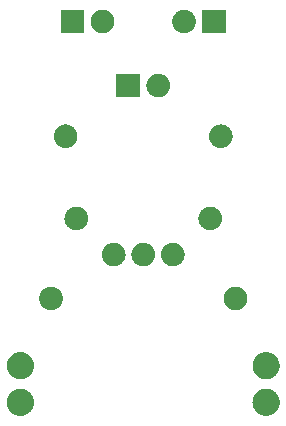
<source format=gbr>
*
%FSLAX36Y36*%
%MOIN*%
%ADD10C,1.0000*%
G36*
X-409449Y-25889D02*
G01X-407869Y-25917D01*
X-406291Y-25999D01*
X-404716Y-26137D01*
X-403148Y-26330D01*
X-401587Y-26577D01*
X-400035Y-26879D01*
X-398496Y-27234D01*
X-396969Y-27643D01*
X-395458Y-28105D01*
X-393964Y-28620D01*
X-392488Y-29186D01*
X-391034Y-29803D01*
X-389601Y-30471D01*
X-388193Y-31189D01*
X-386811Y-31955D01*
X-385456Y-32769D01*
X-384131Y-33630D01*
X-382836Y-34536D01*
X-381574Y-35487D01*
X-380346Y-36482D01*
X-379154Y-37518D01*
X-377998Y-38596D01*
X-376880Y-39714D01*
X-375802Y-40869D01*
X-374766Y-42062D01*
X-373771Y-43290D01*
X-372820Y-44552D01*
X-371914Y-45847D01*
X-371053Y-47172D01*
X-370239Y-48527D01*
X-369473Y-49909D01*
X-368755Y-51317D01*
X-368088Y-52749D01*
X-367470Y-54204D01*
X-366904Y-55680D01*
X-366389Y-57174D01*
X-365927Y-58685D01*
X-365518Y-60212D01*
X-365163Y-61751D01*
X-364861Y-63303D01*
X-364614Y-64864D01*
X-364421Y-66432D01*
X-364284Y-68006D01*
X-364201Y-69585D01*
X-364173Y-71165D01*
X-364201Y-72745D01*
X-364284Y-74323D01*
X-364421Y-75897D01*
X-364614Y-77466D01*
X-364861Y-79027D01*
X-365163Y-80578D01*
X-365518Y-82118D01*
X-365927Y-83644D01*
X-366389Y-85156D01*
X-366904Y-86650D01*
X-367470Y-88125D01*
X-368088Y-89580D01*
X-368755Y-91012D01*
X-369473Y-92420D01*
X-370239Y-93803D01*
X-371053Y-95157D01*
X-371914Y-96483D01*
X-372820Y-97777D01*
X-373771Y-99039D01*
X-374766Y-100267D01*
X-375802Y-101460D01*
X-376880Y-102616D01*
X-377998Y-103733D01*
X-379154Y-104811D01*
X-380346Y-105848D01*
X-381574Y-106842D01*
X-382836Y-107793D01*
X-384131Y-108700D01*
X-385456Y-109561D01*
X-386811Y-110375D01*
X-388193Y-111141D01*
X-389601Y-111858D01*
X-391034Y-112526D01*
X-392488Y-113144D01*
X-393964Y-113710D01*
X-395458Y-114224D01*
X-396969Y-114686D01*
X-398496Y-115095D01*
X-400035Y-115451D01*
X-401587Y-115752D01*
X-403148Y-116000D01*
X-404716Y-116192D01*
X-406291Y-116330D01*
X-407869Y-116413D01*
X-409449Y-116440D01*
X-411029Y-116413D01*
X-412607Y-116330D01*
X-414181Y-116192D01*
X-415750Y-116000D01*
X-417311Y-115752D01*
X-418862Y-115451D01*
X-420402Y-115095D01*
X-421928Y-114686D01*
X-423440Y-114224D01*
X-424934Y-113710D01*
X-426409Y-113144D01*
X-427864Y-112526D01*
X-429296Y-111858D01*
X-430704Y-111141D01*
X-432087Y-110375D01*
X-433441Y-109561D01*
X-434767Y-108700D01*
X-436061Y-107793D01*
X-437323Y-106842D01*
X-438551Y-105848D01*
X-439744Y-104811D01*
X-440900Y-103733D01*
X-442017Y-102616D01*
X-443095Y-101460D01*
X-444132Y-100267D01*
X-445126Y-99039D01*
X-446078Y-97777D01*
X-446984Y-96483D01*
X-447845Y-95157D01*
X-448659Y-93803D01*
X-449425Y-92420D01*
X-450142Y-91012D01*
X-450810Y-89580D01*
X-451428Y-88125D01*
X-451994Y-86650D01*
X-452508Y-85156D01*
X-452971Y-83644D01*
X-453380Y-82118D01*
X-453735Y-80578D01*
X-454037Y-79027D01*
X-454284Y-77466D01*
X-454476Y-75897D01*
X-454614Y-74323D01*
X-454697Y-72745D01*
X-454724Y-71165D01*
X-454697Y-69585D01*
X-454614Y-68006D01*
X-454476Y-66432D01*
X-454284Y-64864D01*
X-454037Y-63303D01*
X-453735Y-61751D01*
X-453380Y-60212D01*
X-452971Y-58685D01*
X-452508Y-57174D01*
X-451994Y-55680D01*
X-451428Y-54204D01*
X-450810Y-52749D01*
X-450142Y-51317D01*
X-449425Y-49909D01*
X-448659Y-48527D01*
X-447845Y-47172D01*
X-446984Y-45847D01*
X-446078Y-44552D01*
X-445126Y-43290D01*
X-444132Y-42062D01*
X-443095Y-40869D01*
X-442017Y-39714D01*
X-440900Y-38596D01*
X-439744Y-37518D01*
X-438551Y-36482D01*
X-437323Y-35487D01*
X-436061Y-34536D01*
X-434767Y-33630D01*
X-433441Y-32769D01*
X-432087Y-31955D01*
X-430704Y-31189D01*
X-429296Y-30471D01*
X-427864Y-29803D01*
X-426409Y-29186D01*
X-424934Y-28620D01*
X-423440Y-28105D01*
X-421928Y-27643D01*
X-420402Y-27234D01*
X-418862Y-26879D01*
X-417311Y-26577D01*
X-415750Y-26330D01*
X-414181Y-26137D01*
X-412607Y-25999D01*
X-411029Y-25917D01*
X-409449Y-25889D01*
G37*
G36*
X409449D02*
X411029Y-25917D01*
X412607Y-25999D01*
X414181Y-26137D01*
X415750Y-26330D01*
X417311Y-26577D01*
X418862Y-26879D01*
X420402Y-27234D01*
X421928Y-27643D01*
X423440Y-28105D01*
X424934Y-28620D01*
X426409Y-29186D01*
X427864Y-29803D01*
X429296Y-30471D01*
X430704Y-31189D01*
X432087Y-31955D01*
X433441Y-32769D01*
X434767Y-33630D01*
X436061Y-34536D01*
X437323Y-35487D01*
X438551Y-36482D01*
X439744Y-37518D01*
X440900Y-38596D01*
X442017Y-39714D01*
X443095Y-40869D01*
X444132Y-42062D01*
X445126Y-43290D01*
X446078Y-44552D01*
X446984Y-45847D01*
X447845Y-47172D01*
X448659Y-48527D01*
X449425Y-49909D01*
X450142Y-51317D01*
X450810Y-52749D01*
X451428Y-54204D01*
X451994Y-55680D01*
X452508Y-57174D01*
X452971Y-58685D01*
X453380Y-60212D01*
X453735Y-61751D01*
X454037Y-63303D01*
X454284Y-64864D01*
X454476Y-66432D01*
X454614Y-68006D01*
X454697Y-69585D01*
X454724Y-71165D01*
X454697Y-72745D01*
X454614Y-74323D01*
X454476Y-75897D01*
X454284Y-77466D01*
X454037Y-79027D01*
X453735Y-80578D01*
X453380Y-82118D01*
X452971Y-83644D01*
X452508Y-85156D01*
X451994Y-86650D01*
X451428Y-88125D01*
X450810Y-89580D01*
X450142Y-91012D01*
X449425Y-92420D01*
X448659Y-93803D01*
X447845Y-95157D01*
X446984Y-96483D01*
X446078Y-97777D01*
X445126Y-99039D01*
X444132Y-100267D01*
X443095Y-101460D01*
X442017Y-102616D01*
X440900Y-103733D01*
X439744Y-104811D01*
X438551Y-105848D01*
X437323Y-106842D01*
X436061Y-107793D01*
X434767Y-108700D01*
X433441Y-109561D01*
X432087Y-110375D01*
X430704Y-111141D01*
X429296Y-111858D01*
X427864Y-112526D01*
X426409Y-113144D01*
X424934Y-113710D01*
X423440Y-114224D01*
X421928Y-114686D01*
X420402Y-115095D01*
X418862Y-115451D01*
X417311Y-115752D01*
X415750Y-116000D01*
X414181Y-116192D01*
X412607Y-116330D01*
X411029Y-116413D01*
X409449Y-116440D01*
X407869Y-116413D01*
X406291Y-116330D01*
X404716Y-116192D01*
X403148Y-116000D01*
X401587Y-115752D01*
X400035Y-115451D01*
X398496Y-115095D01*
X396969Y-114686D01*
X395458Y-114224D01*
X393964Y-113710D01*
X392488Y-113144D01*
X391034Y-112526D01*
X389601Y-111858D01*
X388193Y-111141D01*
X386811Y-110375D01*
X385456Y-109561D01*
X384131Y-108700D01*
X382836Y-107793D01*
X381574Y-106842D01*
X380346Y-105848D01*
X379154Y-104811D01*
X377998Y-103733D01*
X376880Y-102616D01*
X375802Y-101460D01*
X374766Y-100267D01*
X373771Y-99039D01*
X372820Y-97777D01*
X371914Y-96483D01*
X371053Y-95157D01*
X370239Y-93803D01*
X369473Y-92420D01*
X368755Y-91012D01*
X368088Y-89580D01*
X367470Y-88125D01*
X366904Y-86650D01*
X366389Y-85156D01*
X365927Y-83644D01*
X365518Y-82118D01*
X365163Y-80578D01*
X364861Y-79027D01*
X364614Y-77466D01*
X364421Y-75897D01*
X364284Y-74323D01*
X364201Y-72745D01*
X364173Y-71165D01*
X364201Y-69585D01*
X364284Y-68006D01*
X364421Y-66432D01*
X364614Y-64864D01*
X364861Y-63303D01*
X365163Y-61751D01*
X365518Y-60212D01*
X365927Y-58685D01*
X366389Y-57174D01*
X366904Y-55680D01*
X367470Y-54204D01*
X368088Y-52749D01*
X368755Y-51317D01*
X369473Y-49909D01*
X370239Y-48527D01*
X371053Y-47172D01*
X371914Y-45847D01*
X372820Y-44552D01*
X373771Y-43290D01*
X374766Y-42062D01*
X375802Y-40869D01*
X376880Y-39714D01*
X377998Y-38596D01*
X379154Y-37518D01*
X380346Y-36482D01*
X381574Y-35487D01*
X382836Y-34536D01*
X384131Y-33630D01*
X385456Y-32769D01*
X386811Y-31955D01*
X388193Y-31189D01*
X389601Y-30471D01*
X391034Y-29803D01*
X392488Y-29186D01*
X393964Y-28620D01*
X395458Y-28105D01*
X396969Y-27643D01*
X398496Y-27234D01*
X400035Y-26879D01*
X401587Y-26577D01*
X403148Y-26330D01*
X404716Y-26137D01*
X406291Y-25999D01*
X407869Y-25917D01*
X409449Y-25889D01*
G37*
G36*
X-409449Y96158D02*
X-407869Y96131D01*
X-406291Y96048D01*
X-404716Y95910D01*
X-403148Y95717D01*
X-401587Y95470D01*
X-400035Y95169D01*
X-398496Y94813D01*
X-396969Y94404D01*
X-395458Y93942D01*
X-393964Y93428D01*
X-392488Y92861D01*
X-391034Y92244D01*
X-389601Y91576D01*
X-388193Y90858D01*
X-386811Y90092D01*
X-385456Y89278D01*
X-384131Y88418D01*
X-382836Y87511D01*
X-381574Y86560D01*
X-380346Y85566D01*
X-379154Y84529D01*
X-377998Y83451D01*
X-376880Y82334D01*
X-375802Y81178D01*
X-374766Y79985D01*
X-373771Y78757D01*
X-372820Y77495D01*
X-371914Y76200D01*
X-371053Y74875D01*
X-370239Y73520D01*
X-369473Y72138D01*
X-368755Y70730D01*
X-368088Y69298D01*
X-367470Y67843D01*
X-366904Y66368D01*
X-366389Y64873D01*
X-365927Y63362D01*
X-365518Y61836D01*
X-365163Y60296D01*
X-364861Y58745D01*
X-364614Y57184D01*
X-364421Y55615D01*
X-364284Y54041D01*
X-364201Y52463D01*
X-364173Y50883D01*
X-364201Y49302D01*
X-364284Y47724D01*
X-364421Y46150D01*
X-364614Y44581D01*
X-364861Y43020D01*
X-365163Y41469D01*
X-365518Y39929D01*
X-365927Y38403D01*
X-366389Y36892D01*
X-366904Y35397D01*
X-367470Y33922D01*
X-368088Y32467D01*
X-368755Y31035D01*
X-369473Y29627D01*
X-370239Y28245D01*
X-371053Y26890D01*
X-371914Y25565D01*
X-372820Y24270D01*
X-373771Y23008D01*
X-374766Y21780D01*
X-375802Y20587D01*
X-376880Y19431D01*
X-377998Y18314D01*
X-379154Y17236D01*
X-380346Y16199D01*
X-381574Y15205D01*
X-382836Y14254D01*
X-384131Y13347D01*
X-385456Y12487D01*
X-386811Y11673D01*
X-388193Y10907D01*
X-389601Y10189D01*
X-391034Y9521D01*
X-392488Y8904D01*
X-393964Y8337D01*
X-395458Y7823D01*
X-396969Y7361D01*
X-398496Y6952D01*
X-400035Y6596D01*
X-401587Y6295D01*
X-403148Y6048D01*
X-404716Y5855D01*
X-406291Y5717D01*
X-407869Y5634D01*
X-409449Y5607D01*
X-411029Y5634D01*
X-412607Y5717D01*
X-414181Y5855D01*
X-415750Y6048D01*
X-417311Y6295D01*
X-418862Y6596D01*
X-420402Y6952D01*
X-421928Y7361D01*
X-423440Y7823D01*
X-424934Y8337D01*
X-426409Y8904D01*
X-427864Y9521D01*
X-429296Y10189D01*
X-430704Y10907D01*
X-432087Y11673D01*
X-433441Y12487D01*
X-434767Y13347D01*
X-436061Y14254D01*
X-437323Y15205D01*
X-438551Y16199D01*
X-439744Y17236D01*
X-440900Y18314D01*
X-442017Y19431D01*
X-443095Y20587D01*
X-444132Y21780D01*
X-445126Y23008D01*
X-446078Y24270D01*
X-446984Y25565D01*
X-447845Y26890D01*
X-448659Y28245D01*
X-449425Y29627D01*
X-450142Y31035D01*
X-450810Y32467D01*
X-451428Y33922D01*
X-451994Y35397D01*
X-452508Y36892D01*
X-452971Y38403D01*
X-453380Y39929D01*
X-453735Y41469D01*
X-454037Y43020D01*
X-454284Y44581D01*
X-454476Y46150D01*
X-454614Y47724D01*
X-454697Y49302D01*
X-454724Y50883D01*
X-454697Y52463D01*
X-454614Y54041D01*
X-454476Y55615D01*
X-454284Y57184D01*
X-454037Y58745D01*
X-453735Y60296D01*
X-453380Y61836D01*
X-452971Y63362D01*
X-452508Y64873D01*
X-451994Y66368D01*
X-451428Y67843D01*
X-450810Y69298D01*
X-450142Y70730D01*
X-449425Y72138D01*
X-448659Y73520D01*
X-447845Y74875D01*
X-446984Y76200D01*
X-446078Y77495D01*
X-445126Y78757D01*
X-444132Y79985D01*
X-443095Y81178D01*
X-442017Y82334D01*
X-440900Y83451D01*
X-439744Y84529D01*
X-438551Y85566D01*
X-437323Y86560D01*
X-436061Y87511D01*
X-434767Y88418D01*
X-433441Y89278D01*
X-432087Y90092D01*
X-430704Y90858D01*
X-429296Y91576D01*
X-427864Y92244D01*
X-426409Y92861D01*
X-424934Y93428D01*
X-423440Y93942D01*
X-421928Y94404D01*
X-420402Y94813D01*
X-418862Y95169D01*
X-417311Y95470D01*
X-415750Y95717D01*
X-414181Y95910D01*
X-412607Y96048D01*
X-411029Y96131D01*
X-409449Y96158D01*
G37*
G36*
X409449D02*
X411029Y96131D01*
X412607Y96048D01*
X414181Y95910D01*
X415750Y95717D01*
X417311Y95470D01*
X418862Y95169D01*
X420402Y94813D01*
X421928Y94404D01*
X423440Y93942D01*
X424934Y93428D01*
X426409Y92861D01*
X427864Y92244D01*
X429296Y91576D01*
X430704Y90858D01*
X432087Y90092D01*
X433441Y89278D01*
X434767Y88418D01*
X436061Y87511D01*
X437323Y86560D01*
X438551Y85566D01*
X439744Y84529D01*
X440900Y83451D01*
X442017Y82334D01*
X443095Y81178D01*
X444132Y79985D01*
X445126Y78757D01*
X446078Y77495D01*
X446984Y76200D01*
X447845Y74875D01*
X448659Y73520D01*
X449425Y72138D01*
X450142Y70730D01*
X450810Y69298D01*
X451428Y67843D01*
X451994Y66368D01*
X452508Y64873D01*
X452971Y63362D01*
X453380Y61836D01*
X453735Y60296D01*
X454037Y58745D01*
X454284Y57184D01*
X454476Y55615D01*
X454614Y54041D01*
X454697Y52463D01*
X454724Y50883D01*
X454697Y49302D01*
X454614Y47724D01*
X454476Y46150D01*
X454284Y44581D01*
X454037Y43020D01*
X453735Y41469D01*
X453380Y39929D01*
X452971Y38403D01*
X452508Y36892D01*
X451994Y35397D01*
X451428Y33922D01*
X450810Y32467D01*
X450142Y31035D01*
X449425Y29627D01*
X448659Y28245D01*
X447845Y26890D01*
X446984Y25565D01*
X446078Y24270D01*
X445126Y23008D01*
X444132Y21780D01*
X443095Y20587D01*
X442017Y19431D01*
X440900Y18314D01*
X439744Y17236D01*
X438551Y16199D01*
X437323Y15205D01*
X436061Y14254D01*
X434767Y13347D01*
X433441Y12487D01*
X432087Y11673D01*
X430704Y10907D01*
X429296Y10189D01*
X427864Y9521D01*
X426409Y8904D01*
X424934Y8337D01*
X423440Y7823D01*
X421928Y7361D01*
X420402Y6952D01*
X418862Y6596D01*
X417311Y6295D01*
X415750Y6048D01*
X414181Y5855D01*
X412607Y5717D01*
X411029Y5634D01*
X409449Y5607D01*
X407869Y5634D01*
X406291Y5717D01*
X404716Y5855D01*
X403148Y6048D01*
X401587Y6295D01*
X400035Y6596D01*
X398496Y6952D01*
X396969Y7361D01*
X395458Y7823D01*
X393964Y8337D01*
X392488Y8904D01*
X391034Y9521D01*
X389601Y10189D01*
X388193Y10907D01*
X386811Y11673D01*
X385456Y12487D01*
X384131Y13347D01*
X382836Y14254D01*
X381574Y15205D01*
X380346Y16199D01*
X379154Y17236D01*
X377998Y18314D01*
X376880Y19431D01*
X375802Y20587D01*
X374766Y21780D01*
X373771Y23008D01*
X372820Y24270D01*
X371914Y25565D01*
X371053Y26890D01*
X370239Y28245D01*
X369473Y29627D01*
X368755Y31035D01*
X368088Y32467D01*
X367470Y33922D01*
X366904Y35397D01*
X366389Y36892D01*
X365927Y38403D01*
X365518Y39929D01*
X365163Y41469D01*
X364861Y43020D01*
X364614Y44581D01*
X364421Y46150D01*
X364284Y47724D01*
X364201Y49302D01*
X364173Y50883D01*
X364201Y52463D01*
X364284Y54041D01*
X364421Y55615D01*
X364614Y57184D01*
X364861Y58745D01*
X365163Y60296D01*
X365518Y61836D01*
X365927Y63362D01*
X366389Y64873D01*
X366904Y66368D01*
X367470Y67843D01*
X368088Y69298D01*
X368755Y70730D01*
X369473Y72138D01*
X370239Y73520D01*
X371053Y74875D01*
X371914Y76200D01*
X372820Y77495D01*
X373771Y78757D01*
X374766Y79985D01*
X375802Y81178D01*
X376880Y82334D01*
X377998Y83451D01*
X379154Y84529D01*
X380346Y85566D01*
X381574Y86560D01*
X382836Y87511D01*
X384131Y88418D01*
X385456Y89278D01*
X386811Y90092D01*
X388193Y90858D01*
X389601Y91576D01*
X391034Y92244D01*
X392488Y92861D01*
X393964Y93428D01*
X395458Y93942D01*
X396969Y94404D01*
X398496Y94813D01*
X400035Y95169D01*
X401587Y95470D01*
X403148Y95717D01*
X404716Y95910D01*
X406291Y96048D01*
X407869Y96131D01*
X409449Y96158D01*
G37*
G36*
X-307534Y314434D02*
X-306160Y314410D01*
X-304788Y314338D01*
X-303419Y314219D01*
X-302055Y314051D01*
X-300698Y313836D01*
X-299349Y313574D01*
X-298010Y313265D01*
X-296682Y312909D01*
X-295368Y312507D01*
X-294069Y312060D01*
X-292786Y311568D01*
X-291521Y311031D01*
X-290275Y310450D01*
X-289051Y309826D01*
X-287849Y309160D01*
X-286671Y308452D01*
X-285519Y307704D01*
X-284393Y306915D01*
X-283295Y306088D01*
X-282228Y305224D01*
X-281190Y304322D01*
X-280185Y303385D01*
X-279214Y302413D01*
X-278276Y301408D01*
X-277375Y300371D01*
X-276510Y299303D01*
X-275683Y298205D01*
X-274895Y297080D01*
X-274146Y295927D01*
X-273439Y294749D01*
X-272772Y293547D01*
X-272149Y292323D01*
X-271568Y291078D01*
X-271031Y289813D01*
X-270538Y288530D01*
X-270091Y287230D01*
X-269689Y285916D01*
X-269334Y284589D01*
X-269024Y283250D01*
X-268762Y281901D01*
X-268547Y280544D01*
X-268380Y279180D01*
X-268260Y277811D01*
X-268188Y276438D01*
X-268164Y275064D01*
X-268188Y273690D01*
X-268260Y272318D01*
X-268380Y270949D01*
X-268547Y269585D01*
X-268762Y268228D01*
X-269024Y266879D01*
X-269334Y265540D01*
X-269689Y264212D01*
X-270091Y262898D01*
X-270538Y261599D01*
X-271031Y260316D01*
X-271568Y259051D01*
X-272149Y257806D01*
X-272772Y256581D01*
X-273439Y255379D01*
X-274146Y254201D01*
X-274895Y253049D01*
X-275683Y251923D01*
X-276510Y250826D01*
X-277375Y249758D01*
X-278276Y248721D01*
X-279214Y247716D01*
X-280185Y246744D01*
X-281190Y245807D01*
X-282228Y244905D01*
X-283295Y244040D01*
X-284393Y243213D01*
X-285519Y242425D01*
X-286671Y241677D01*
X-287849Y240969D01*
X-289051Y240303D01*
X-290275Y239679D01*
X-291521Y239098D01*
X-292786Y238561D01*
X-294069Y238069D01*
X-295368Y237621D01*
X-296682Y237219D01*
X-298010Y236864D01*
X-299349Y236555D01*
X-300698Y236292D01*
X-302055Y236077D01*
X-303419Y235910D01*
X-304788Y235790D01*
X-306160Y235718D01*
X-307534Y235694D01*
X-308908Y235718D01*
X-310280Y235790D01*
X-311649Y235910D01*
X-313013Y236077D01*
X-314371Y236292D01*
X-315720Y236555D01*
X-317059Y236864D01*
X-318386Y237219D01*
X-319700Y237621D01*
X-320999Y238069D01*
X-322282Y238561D01*
X-323547Y239098D01*
X-324793Y239679D01*
X-326017Y240303D01*
X-327219Y240969D01*
X-328397Y241677D01*
X-329550Y242425D01*
X-330675Y243213D01*
X-331773Y244040D01*
X-332841Y244905D01*
X-333878Y245807D01*
X-334883Y246744D01*
X-335855Y247716D01*
X-336792Y248721D01*
X-337693Y249758D01*
X-338558Y250826D01*
X-339385Y251923D01*
X-340173Y253049D01*
X-340922Y254201D01*
X-341630Y255379D01*
X-342296Y256581D01*
X-342920Y257806D01*
X-343500Y259051D01*
X-344037Y260316D01*
X-344530Y261599D01*
X-344977Y262898D01*
X-345379Y264212D01*
X-345735Y265540D01*
X-346044Y266879D01*
X-346306Y268228D01*
X-346521Y269585D01*
X-346689Y270949D01*
X-346808Y272318D01*
X-346880Y273690D01*
X-346904Y275064D01*
X-346880Y276438D01*
X-346808Y277811D01*
X-346689Y279180D01*
X-346521Y280544D01*
X-346306Y281901D01*
X-346044Y283250D01*
X-345735Y284589D01*
X-345379Y285916D01*
X-344977Y287230D01*
X-344530Y288530D01*
X-344037Y289813D01*
X-343500Y291078D01*
X-342920Y292323D01*
X-342296Y293547D01*
X-341630Y294749D01*
X-340922Y295927D01*
X-340173Y297080D01*
X-339385Y298205D01*
X-338558Y299303D01*
X-337693Y300371D01*
X-336792Y301408D01*
X-335855Y302413D01*
X-334883Y303385D01*
X-333878Y304322D01*
X-332841Y305224D01*
X-331773Y306088D01*
X-330675Y306915D01*
X-329550Y307704D01*
X-328397Y308452D01*
X-327219Y309160D01*
X-326017Y309826D01*
X-324793Y310450D01*
X-323547Y311031D01*
X-322282Y311568D01*
X-320999Y312060D01*
X-319700Y312507D01*
X-318386Y312909D01*
X-317059Y313265D01*
X-315720Y313574D01*
X-314371Y313836D01*
X-313013Y314051D01*
X-311649Y314219D01*
X-310280Y314338D01*
X-308908Y314410D01*
X-307534Y314434D01*
G37*
G36*
X307534D02*
X308908Y314410D01*
X310280Y314338D01*
X311649Y314219D01*
X313013Y314051D01*
X314371Y313836D01*
X315720Y313574D01*
X317059Y313265D01*
X318386Y312909D01*
X319700Y312507D01*
X320999Y312060D01*
X322282Y311568D01*
X323547Y311031D01*
X324793Y310450D01*
X326017Y309826D01*
X327219Y309160D01*
X328397Y308452D01*
X329550Y307704D01*
X330675Y306915D01*
X331773Y306088D01*
X332841Y305224D01*
X333878Y304322D01*
X334883Y303385D01*
X335855Y302413D01*
X336792Y301408D01*
X337693Y300371D01*
X338558Y299303D01*
X339385Y298205D01*
X340173Y297080D01*
X340922Y295927D01*
X341630Y294749D01*
X342296Y293547D01*
X342920Y292323D01*
X343500Y291078D01*
X344037Y289813D01*
X344530Y288530D01*
X344977Y287230D01*
X345379Y285916D01*
X345735Y284589D01*
X346044Y283250D01*
X346306Y281901D01*
X346521Y280544D01*
X346689Y279180D01*
X346808Y277811D01*
X346880Y276438D01*
X346904Y275064D01*
X346880Y273690D01*
X346808Y272318D01*
X346689Y270949D01*
X346521Y269585D01*
X346306Y268228D01*
X346044Y266879D01*
X345735Y265540D01*
X345379Y264212D01*
X344977Y262898D01*
X344530Y261599D01*
X344037Y260316D01*
X343500Y259051D01*
X342920Y257806D01*
X342296Y256581D01*
X341630Y255379D01*
X340922Y254201D01*
X340173Y253049D01*
X339385Y251923D01*
X338558Y250826D01*
X337693Y249758D01*
X336792Y248721D01*
X335855Y247716D01*
X334883Y246744D01*
X333878Y245807D01*
X332841Y244905D01*
X331773Y244040D01*
X330675Y243213D01*
X329550Y242425D01*
X328397Y241677D01*
X327219Y240969D01*
X326017Y240303D01*
X324793Y239679D01*
X323547Y239098D01*
X322282Y238561D01*
X320999Y238069D01*
X319700Y237621D01*
X318386Y237219D01*
X317059Y236864D01*
X315720Y236555D01*
X314371Y236292D01*
X313013Y236077D01*
X311649Y235910D01*
X310280Y235790D01*
X308908Y235718D01*
X307534Y235694D01*
X306160Y235718D01*
X304788Y235790D01*
X303419Y235910D01*
X302055Y236077D01*
X300698Y236292D01*
X299349Y236555D01*
X298010Y236864D01*
X296682Y237219D01*
X295368Y237621D01*
X294069Y238069D01*
X292786Y238561D01*
X291521Y239098D01*
X290275Y239679D01*
X289051Y240303D01*
X287849Y240969D01*
X286671Y241677D01*
X285519Y242425D01*
X284393Y243213D01*
X283295Y244040D01*
X282228Y244905D01*
X281190Y245807D01*
X280185Y246744D01*
X279214Y247716D01*
X278276Y248721D01*
X277375Y249758D01*
X276510Y250826D01*
X275683Y251923D01*
X274895Y253049D01*
X274146Y254201D01*
X273439Y255379D01*
X272772Y256581D01*
X272149Y257806D01*
X271568Y259051D01*
X271031Y260316D01*
X270538Y261599D01*
X270091Y262898D01*
X269689Y264212D01*
X269334Y265540D01*
X269024Y266879D01*
X268762Y268228D01*
X268547Y269585D01*
X268380Y270949D01*
X268260Y272318D01*
X268188Y273690D01*
X268164Y275064D01*
X268188Y276438D01*
X268260Y277811D01*
X268380Y279180D01*
X268547Y280544D01*
X268762Y281901D01*
X269024Y283250D01*
X269334Y284589D01*
X269689Y285916D01*
X270091Y287230D01*
X270538Y288530D01*
X271031Y289813D01*
X271568Y291078D01*
X272149Y292323D01*
X272772Y293547D01*
X273439Y294749D01*
X274146Y295927D01*
X274895Y297080D01*
X275683Y298205D01*
X276510Y299303D01*
X277375Y300371D01*
X278276Y301408D01*
X279214Y302413D01*
X280185Y303385D01*
X281190Y304322D01*
X282228Y305224D01*
X283295Y306088D01*
X284393Y306915D01*
X285519Y307704D01*
X286671Y308452D01*
X287849Y309160D01*
X289051Y309826D01*
X290275Y310450D01*
X291521Y311031D01*
X292786Y311568D01*
X294069Y312060D01*
X295368Y312507D01*
X296682Y312909D01*
X298010Y313265D01*
X299349Y313574D01*
X300698Y313836D01*
X302055Y314051D01*
X303419Y314219D01*
X304788Y314338D01*
X306160Y314410D01*
X307534Y314434D01*
G37*
G36*
X-98425Y460860D02*
X-97051Y460836D01*
X-95679Y460764D01*
X-94310Y460645D01*
X-92946Y460477D01*
X-91589Y460262D01*
X-90240Y460000D01*
X-88901Y459691D01*
X-87573Y459335D01*
X-86259Y458933D01*
X-84960Y458486D01*
X-83677Y457994D01*
X-82412Y457457D01*
X-81166Y456876D01*
X-79942Y456252D01*
X-78740Y455586D01*
X-77562Y454878D01*
X-76410Y454130D01*
X-75284Y453341D01*
X-74187Y452514D01*
X-73119Y451650D01*
X-72081Y450748D01*
X-71076Y449811D01*
X-70105Y448839D01*
X-69168Y447834D01*
X-68266Y446797D01*
X-67401Y445729D01*
X-66574Y444631D01*
X-65786Y443506D01*
X-65037Y442353D01*
X-64330Y441175D01*
X-63663Y439973D01*
X-63040Y438749D01*
X-62459Y437504D01*
X-61922Y436239D01*
X-61429Y434956D01*
X-60982Y433656D01*
X-60580Y432342D01*
X-60225Y431015D01*
X-59915Y429676D01*
X-59653Y428327D01*
X-59438Y426970D01*
X-59271Y425606D01*
X-59151Y424237D01*
X-59079Y422864D01*
X-59055Y421490D01*
X-59079Y420116D01*
X-59151Y418744D01*
X-59271Y417375D01*
X-59438Y416011D01*
X-59653Y414654D01*
X-59915Y413305D01*
X-60225Y411966D01*
X-60580Y410638D01*
X-60982Y409324D01*
X-61429Y408025D01*
X-61922Y406742D01*
X-62459Y405477D01*
X-63040Y404232D01*
X-63663Y403007D01*
X-64330Y401805D01*
X-65037Y400627D01*
X-65786Y399475D01*
X-66574Y398349D01*
X-67401Y397252D01*
X-68266Y396184D01*
X-69168Y395147D01*
X-70105Y394142D01*
X-71076Y393170D01*
X-72081Y392233D01*
X-73119Y391331D01*
X-74187Y390466D01*
X-75284Y389639D01*
X-76410Y388851D01*
X-77562Y388103D01*
X-78740Y387395D01*
X-79942Y386729D01*
X-81166Y386105D01*
X-82412Y385524D01*
X-83677Y384987D01*
X-84960Y384495D01*
X-86259Y384047D01*
X-87573Y383645D01*
X-88901Y383290D01*
X-90240Y382981D01*
X-91589Y382718D01*
X-92946Y382503D01*
X-94310Y382336D01*
X-95679Y382216D01*
X-97051Y382144D01*
X-98425Y382120D01*
X-99799Y382144D01*
X-101172Y382216D01*
X-102540Y382336D01*
X-103904Y382503D01*
X-105262Y382718D01*
X-106611Y382981D01*
X-107950Y383290D01*
X-109277Y383645D01*
X-110591Y384047D01*
X-111891Y384495D01*
X-113173Y384987D01*
X-114438Y385524D01*
X-115684Y386105D01*
X-116908Y386729D01*
X-118110Y387395D01*
X-119288Y388103D01*
X-120441Y388851D01*
X-121566Y389639D01*
X-122664Y390466D01*
X-123732Y391331D01*
X-124769Y392233D01*
X-125774Y393170D01*
X-126746Y394142D01*
X-127683Y395147D01*
X-128584Y396184D01*
X-129449Y397252D01*
X-130276Y398349D01*
X-131064Y399475D01*
X-131813Y400627D01*
X-132521Y401805D01*
X-133187Y403007D01*
X-133811Y404232D01*
X-134392Y405477D01*
X-134928Y406742D01*
X-135421Y408025D01*
X-135868Y409324D01*
X-136270Y410638D01*
X-136626Y411966D01*
X-136935Y413305D01*
X-137197Y414654D01*
X-137412Y416011D01*
X-137580Y417375D01*
X-137699Y418744D01*
X-137771Y420116D01*
X-137795Y421490D01*
X-137771Y422864D01*
X-137699Y424237D01*
X-137580Y425606D01*
X-137412Y426970D01*
X-137197Y428327D01*
X-136935Y429676D01*
X-136626Y431015D01*
X-136270Y432342D01*
X-135868Y433656D01*
X-135421Y434956D01*
X-134928Y436239D01*
X-134392Y437504D01*
X-133811Y438749D01*
X-133187Y439973D01*
X-132521Y441175D01*
X-131813Y442353D01*
X-131064Y443506D01*
X-130276Y444631D01*
X-129449Y445729D01*
X-128584Y446797D01*
X-127683Y447834D01*
X-126746Y448839D01*
X-125774Y449811D01*
X-124769Y450748D01*
X-123732Y451650D01*
X-122664Y452514D01*
X-121566Y453341D01*
X-120441Y454130D01*
X-119288Y454878D01*
X-118110Y455586D01*
X-116908Y456252D01*
X-115684Y456876D01*
X-114438Y457457D01*
X-113173Y457994D01*
X-111891Y458486D01*
X-110591Y458933D01*
X-109277Y459335D01*
X-107950Y459691D01*
X-106611Y460000D01*
X-105262Y460262D01*
X-103904Y460477D01*
X-102540Y460645D01*
X-101172Y460764D01*
X-99799Y460836D01*
X-98425Y460860D01*
G37*
G36*
X0D02*
X1374Y460836D01*
X2746Y460764D01*
X4115Y460645D01*
X5479Y460477D01*
X6837Y460262D01*
X8185Y460000D01*
X9524Y459691D01*
X10852Y459335D01*
X12166Y458933D01*
X13465Y458486D01*
X14748Y457994D01*
X16013Y457457D01*
X17259Y456876D01*
X18483Y456252D01*
X19685Y455586D01*
X20863Y454878D01*
X22015Y454130D01*
X23141Y453341D01*
X24239Y452514D01*
X25307Y451650D01*
X26344Y450748D01*
X27349Y449811D01*
X28320Y448839D01*
X29258Y447834D01*
X30159Y446797D01*
X31024Y445729D01*
X31851Y444631D01*
X32639Y443506D01*
X33388Y442353D01*
X34095Y441175D01*
X34762Y439973D01*
X35386Y438749D01*
X35966Y437504D01*
X36503Y436239D01*
X36996Y434956D01*
X37443Y433656D01*
X37845Y432342D01*
X38201Y431015D01*
X38510Y429676D01*
X38772Y428327D01*
X38987Y426970D01*
X39154Y425606D01*
X39274Y424237D01*
X39346Y422864D01*
X39370Y421490D01*
X39346Y420116D01*
X39274Y418744D01*
X39154Y417375D01*
X38987Y416011D01*
X38772Y414654D01*
X38510Y413305D01*
X38201Y411966D01*
X37845Y410638D01*
X37443Y409324D01*
X36996Y408025D01*
X36503Y406742D01*
X35966Y405477D01*
X35386Y404232D01*
X34762Y403007D01*
X34095Y401805D01*
X33388Y400627D01*
X32639Y399475D01*
X31851Y398349D01*
X31024Y397252D01*
X30159Y396184D01*
X29258Y395147D01*
X28320Y394142D01*
X27349Y393170D01*
X26344Y392233D01*
X25307Y391331D01*
X24239Y390466D01*
X23141Y389639D01*
X22015Y388851D01*
X20863Y388103D01*
X19685Y387395D01*
X18483Y386729D01*
X17259Y386105D01*
X16013Y385524D01*
X14748Y384987D01*
X13465Y384495D01*
X12166Y384047D01*
X10852Y383645D01*
X9524Y383290D01*
X8185Y382981D01*
X6837Y382718D01*
X5479Y382503D01*
X4115Y382336D01*
X2746Y382216D01*
X1374Y382144D01*
X0Y382120D01*
X-1374Y382144D01*
X-2746Y382216D01*
X-4115Y382336D01*
X-5479Y382503D01*
X-6837Y382718D01*
X-8185Y382981D01*
X-9524Y383290D01*
X-10852Y383645D01*
X-12166Y384047D01*
X-13465Y384495D01*
X-14748Y384987D01*
X-16013Y385524D01*
X-17259Y386105D01*
X-18483Y386729D01*
X-19685Y387395D01*
X-20863Y388103D01*
X-22015Y388851D01*
X-23141Y389639D01*
X-24239Y390466D01*
X-25307Y391331D01*
X-26344Y392233D01*
X-27349Y393170D01*
X-28320Y394142D01*
X-29258Y395147D01*
X-30159Y396184D01*
X-31024Y397252D01*
X-31851Y398349D01*
X-32639Y399475D01*
X-33388Y400627D01*
X-34095Y401805D01*
X-34762Y403007D01*
X-35386Y404232D01*
X-35966Y405477D01*
X-36503Y406742D01*
X-36996Y408025D01*
X-37443Y409324D01*
X-37845Y410638D01*
X-38201Y411966D01*
X-38510Y413305D01*
X-38772Y414654D01*
X-38987Y416011D01*
X-39154Y417375D01*
X-39274Y418744D01*
X-39346Y420116D01*
X-39370Y421490D01*
X-39346Y422864D01*
X-39274Y424237D01*
X-39154Y425606D01*
X-38987Y426970D01*
X-38772Y428327D01*
X-38510Y429676D01*
X-38201Y431015D01*
X-37845Y432342D01*
X-37443Y433656D01*
X-36996Y434956D01*
X-36503Y436239D01*
X-35966Y437504D01*
X-35386Y438749D01*
X-34762Y439973D01*
X-34095Y441175D01*
X-33388Y442353D01*
X-32639Y443506D01*
X-31851Y444631D01*
X-31024Y445729D01*
X-30159Y446797D01*
X-29258Y447834D01*
X-28320Y448839D01*
X-27349Y449811D01*
X-26344Y450748D01*
X-25307Y451650D01*
X-24239Y452514D01*
X-23141Y453341D01*
X-22015Y454130D01*
X-20863Y454878D01*
X-19685Y455586D01*
X-18483Y456252D01*
X-17259Y456876D01*
X-16013Y457457D01*
X-14748Y457994D01*
X-13465Y458486D01*
X-12166Y458933D01*
X-10852Y459335D01*
X-9524Y459691D01*
X-8185Y460000D01*
X-6837Y460262D01*
X-5479Y460477D01*
X-4115Y460645D01*
X-2746Y460764D01*
X-1374Y460836D01*
X0Y460860D01*
G37*
G36*
X98425D02*
X99799Y460836D01*
X101172Y460764D01*
X102540Y460645D01*
X103904Y460477D01*
X105262Y460262D01*
X106611Y460000D01*
X107950Y459691D01*
X109277Y459335D01*
X110591Y458933D01*
X111891Y458486D01*
X113173Y457994D01*
X114438Y457457D01*
X115684Y456876D01*
X116908Y456252D01*
X118110Y455586D01*
X119288Y454878D01*
X120441Y454130D01*
X121566Y453341D01*
X122664Y452514D01*
X123732Y451650D01*
X124769Y450748D01*
X125774Y449811D01*
X126746Y448839D01*
X127683Y447834D01*
X128584Y446797D01*
X129449Y445729D01*
X130276Y444631D01*
X131064Y443506D01*
X131813Y442353D01*
X132521Y441175D01*
X133187Y439973D01*
X133811Y438749D01*
X134392Y437504D01*
X134928Y436239D01*
X135421Y434956D01*
X135868Y433656D01*
X136270Y432342D01*
X136626Y431015D01*
X136935Y429676D01*
X137197Y428327D01*
X137412Y426970D01*
X137580Y425606D01*
X137699Y424237D01*
X137771Y422864D01*
X137795Y421490D01*
X137771Y420116D01*
X137699Y418744D01*
X137580Y417375D01*
X137412Y416011D01*
X137197Y414654D01*
X136935Y413305D01*
X136626Y411966D01*
X136270Y410638D01*
X135868Y409324D01*
X135421Y408025D01*
X134928Y406742D01*
X134392Y405477D01*
X133811Y404232D01*
X133187Y403007D01*
X132521Y401805D01*
X131813Y400627D01*
X131064Y399475D01*
X130276Y398349D01*
X129449Y397252D01*
X128584Y396184D01*
X127683Y395147D01*
X126746Y394142D01*
X125774Y393170D01*
X124769Y392233D01*
X123732Y391331D01*
X122664Y390466D01*
X121566Y389639D01*
X120441Y388851D01*
X119288Y388103D01*
X118110Y387395D01*
X116908Y386729D01*
X115684Y386105D01*
X114438Y385524D01*
X113173Y384987D01*
X111891Y384495D01*
X110591Y384047D01*
X109277Y383645D01*
X107950Y383290D01*
X106611Y382981D01*
X105262Y382718D01*
X103904Y382503D01*
X102540Y382336D01*
X101172Y382216D01*
X99799Y382144D01*
X98425Y382120D01*
X97051Y382144D01*
X95679Y382216D01*
X94310Y382336D01*
X92946Y382503D01*
X91589Y382718D01*
X90240Y382981D01*
X88901Y383290D01*
X87573Y383645D01*
X86259Y384047D01*
X84960Y384495D01*
X83677Y384987D01*
X82412Y385524D01*
X81166Y386105D01*
X79942Y386729D01*
X78740Y387395D01*
X77562Y388103D01*
X76410Y388851D01*
X75284Y389639D01*
X74187Y390466D01*
X73119Y391331D01*
X72081Y392233D01*
X71076Y393170D01*
X70105Y394142D01*
X69168Y395147D01*
X68266Y396184D01*
X67401Y397252D01*
X66574Y398349D01*
X65786Y399475D01*
X65037Y400627D01*
X64330Y401805D01*
X63663Y403007D01*
X63040Y404232D01*
X62459Y405477D01*
X61922Y406742D01*
X61429Y408025D01*
X60982Y409324D01*
X60580Y410638D01*
X60225Y411966D01*
X59915Y413305D01*
X59653Y414654D01*
X59438Y416011D01*
X59271Y417375D01*
X59151Y418744D01*
X59079Y420116D01*
X59055Y421490D01*
X59079Y422864D01*
X59151Y424237D01*
X59271Y425606D01*
X59438Y426970D01*
X59653Y428327D01*
X59915Y429676D01*
X60225Y431015D01*
X60580Y432342D01*
X60982Y433656D01*
X61429Y434956D01*
X61922Y436239D01*
X62459Y437504D01*
X63040Y438749D01*
X63663Y439973D01*
X64330Y441175D01*
X65037Y442353D01*
X65786Y443506D01*
X66574Y444631D01*
X67401Y445729D01*
X68266Y446797D01*
X69168Y447834D01*
X70105Y448839D01*
X71076Y449811D01*
X72081Y450748D01*
X73119Y451650D01*
X74187Y452514D01*
X75284Y453341D01*
X76410Y454130D01*
X77562Y454878D01*
X78740Y455586D01*
X79942Y456252D01*
X81166Y456876D01*
X82412Y457457D01*
X83677Y457994D01*
X84960Y458486D01*
X86259Y458933D01*
X87573Y459335D01*
X88901Y459691D01*
X90240Y460000D01*
X91589Y460262D01*
X92946Y460477D01*
X94310Y460645D01*
X95679Y460764D01*
X97051Y460836D01*
X98425Y460860D01*
G37*
G36*
X-223236Y581106D02*
X-221862Y581082D01*
X-220489Y581010D01*
X-219120Y580890D01*
X-217757Y580723D01*
X-216399Y580508D01*
X-215050Y580246D01*
X-213711Y579936D01*
X-212384Y579581D01*
X-211070Y579179D01*
X-209770Y578732D01*
X-208487Y578239D01*
X-207223Y577702D01*
X-205977Y577121D01*
X-204753Y576498D01*
X-203551Y575831D01*
X-202373Y575124D01*
X-201220Y574375D01*
X-200095Y573587D01*
X-198997Y572760D01*
X-197929Y571895D01*
X-196892Y570993D01*
X-195887Y570056D01*
X-194915Y569085D01*
X-193978Y568080D01*
X-193077Y567042D01*
X-192212Y565974D01*
X-191385Y564877D01*
X-190597Y563751D01*
X-189848Y562599D01*
X-189140Y561421D01*
X-188474Y560219D01*
X-187850Y558995D01*
X-187269Y557749D01*
X-186732Y556484D01*
X-186240Y555201D01*
X-185793Y553902D01*
X-185391Y552588D01*
X-185035Y551260D01*
X-184726Y549921D01*
X-184464Y548572D01*
X-184249Y547215D01*
X-184081Y545851D01*
X-183962Y544482D01*
X-183890Y543110D01*
X-183866Y541736D01*
X-183890Y540362D01*
X-183962Y538989D01*
X-184081Y537621D01*
X-184249Y536257D01*
X-184464Y534899D01*
X-184726Y533550D01*
X-185035Y532211D01*
X-185391Y530884D01*
X-185793Y529570D01*
X-186240Y528270D01*
X-186732Y526988D01*
X-187269Y525723D01*
X-187850Y524477D01*
X-188474Y523253D01*
X-189140Y522051D01*
X-189848Y520873D01*
X-190597Y519720D01*
X-191385Y518595D01*
X-192212Y517497D01*
X-193077Y516429D01*
X-193978Y515392D01*
X-194915Y514387D01*
X-195887Y513415D01*
X-196892Y512478D01*
X-197929Y511577D01*
X-198997Y510712D01*
X-200095Y509885D01*
X-201220Y509097D01*
X-202373Y508348D01*
X-203551Y507640D01*
X-204753Y506974D01*
X-205977Y506350D01*
X-207223Y505769D01*
X-208487Y505233D01*
X-209770Y504740D01*
X-211070Y504293D01*
X-212384Y503891D01*
X-213711Y503535D01*
X-215050Y503226D01*
X-216399Y502964D01*
X-217757Y502749D01*
X-219120Y502581D01*
X-220489Y502462D01*
X-221862Y502390D01*
X-223236Y502366D01*
X-224610Y502390D01*
X-225982Y502462D01*
X-227351Y502581D01*
X-228715Y502749D01*
X-230072Y502964D01*
X-231421Y503226D01*
X-232760Y503535D01*
X-234088Y503891D01*
X-235402Y504293D01*
X-236701Y504740D01*
X-237984Y505233D01*
X-239249Y505769D01*
X-240494Y506350D01*
X-241719Y506974D01*
X-242921Y507640D01*
X-244099Y508348D01*
X-245251Y509097D01*
X-246377Y509885D01*
X-247474Y510712D01*
X-248542Y511577D01*
X-249580Y512478D01*
X-250585Y513415D01*
X-251556Y514387D01*
X-252493Y515392D01*
X-253395Y516429D01*
X-254260Y517497D01*
X-255087Y518595D01*
X-255875Y519720D01*
X-256624Y520873D01*
X-257331Y522051D01*
X-257998Y523253D01*
X-258621Y524477D01*
X-259202Y525723D01*
X-259739Y526988D01*
X-260232Y528270D01*
X-260679Y529570D01*
X-261081Y530884D01*
X-261436Y532211D01*
X-261746Y533550D01*
X-262008Y534899D01*
X-262223Y536257D01*
X-262390Y537621D01*
X-262510Y538989D01*
X-262582Y540362D01*
X-262606Y541736D01*
X-262582Y543110D01*
X-262510Y544482D01*
X-262390Y545851D01*
X-262223Y547215D01*
X-262008Y548572D01*
X-261746Y549921D01*
X-261436Y551260D01*
X-261081Y552588D01*
X-260679Y553902D01*
X-260232Y555201D01*
X-259739Y556484D01*
X-259202Y557749D01*
X-258621Y558995D01*
X-257998Y560219D01*
X-257331Y561421D01*
X-256624Y562599D01*
X-255875Y563751D01*
X-255087Y564877D01*
X-254260Y565974D01*
X-253395Y567042D01*
X-252493Y568080D01*
X-251556Y569085D01*
X-250585Y570056D01*
X-249580Y570993D01*
X-248542Y571895D01*
X-247474Y572760D01*
X-246377Y573587D01*
X-245251Y574375D01*
X-244099Y575124D01*
X-242921Y575831D01*
X-241719Y576498D01*
X-240494Y577121D01*
X-239249Y577702D01*
X-237984Y578239D01*
X-236701Y578732D01*
X-235402Y579179D01*
X-234088Y579581D01*
X-232760Y579936D01*
X-231421Y580246D01*
X-230072Y580508D01*
X-228715Y580723D01*
X-227351Y580890D01*
X-225982Y581010D01*
X-224610Y581082D01*
X-223236Y581106D01*
G37*
G36*
X223236D02*
X224610Y581082D01*
X225982Y581010D01*
X227351Y580890D01*
X228715Y580723D01*
X230072Y580508D01*
X231421Y580246D01*
X232760Y579936D01*
X234088Y579581D01*
X235402Y579179D01*
X236701Y578732D01*
X237984Y578239D01*
X239249Y577702D01*
X240494Y577121D01*
X241719Y576498D01*
X242921Y575831D01*
X244099Y575124D01*
X245251Y574375D01*
X246377Y573587D01*
X247474Y572760D01*
X248542Y571895D01*
X249580Y570993D01*
X250585Y570056D01*
X251556Y569085D01*
X252493Y568080D01*
X253395Y567042D01*
X254260Y565974D01*
X255087Y564877D01*
X255875Y563751D01*
X256624Y562599D01*
X257331Y561421D01*
X257998Y560219D01*
X258621Y558995D01*
X259202Y557749D01*
X259739Y556484D01*
X260232Y555201D01*
X260679Y553902D01*
X261081Y552588D01*
X261436Y551260D01*
X261746Y549921D01*
X262008Y548572D01*
X262223Y547215D01*
X262390Y545851D01*
X262510Y544482D01*
X262582Y543110D01*
X262606Y541736D01*
X262582Y540362D01*
X262510Y538989D01*
X262390Y537621D01*
X262223Y536257D01*
X262008Y534899D01*
X261746Y533550D01*
X261436Y532211D01*
X261081Y530884D01*
X260679Y529570D01*
X260232Y528270D01*
X259739Y526988D01*
X259202Y525723D01*
X258621Y524477D01*
X257998Y523253D01*
X257331Y522051D01*
X256624Y520873D01*
X255875Y519720D01*
X255087Y518595D01*
X254260Y517497D01*
X253395Y516429D01*
X252493Y515392D01*
X251556Y514387D01*
X250585Y513415D01*
X249580Y512478D01*
X248542Y511577D01*
X247474Y510712D01*
X246377Y509885D01*
X245251Y509097D01*
X244099Y508348D01*
X242921Y507640D01*
X241719Y506974D01*
X240494Y506350D01*
X239249Y505769D01*
X237984Y505233D01*
X236701Y504740D01*
X235402Y504293D01*
X234088Y503891D01*
X232760Y503535D01*
X231421Y503226D01*
X230072Y502964D01*
X228715Y502749D01*
X227351Y502581D01*
X225982Y502462D01*
X224610Y502390D01*
X223236Y502366D01*
X221862Y502390D01*
X220489Y502462D01*
X219120Y502581D01*
X217757Y502749D01*
X216399Y502964D01*
X215050Y503226D01*
X213711Y503535D01*
X212384Y503891D01*
X211070Y504293D01*
X209770Y504740D01*
X208487Y505233D01*
X207223Y505769D01*
X205977Y506350D01*
X204753Y506974D01*
X203551Y507640D01*
X202373Y508348D01*
X201220Y509097D01*
X200095Y509885D01*
X198997Y510712D01*
X197929Y511577D01*
X196892Y512478D01*
X195887Y513415D01*
X194915Y514387D01*
X193978Y515392D01*
X193077Y516429D01*
X192212Y517497D01*
X191385Y518595D01*
X190597Y519720D01*
X189848Y520873D01*
X189140Y522051D01*
X188474Y523253D01*
X187850Y524477D01*
X187269Y525723D01*
X186732Y526988D01*
X186240Y528270D01*
X185793Y529570D01*
X185391Y530884D01*
X185035Y532211D01*
X184726Y533550D01*
X184464Y534899D01*
X184249Y536257D01*
X184081Y537621D01*
X183962Y538989D01*
X183890Y540362D01*
X183866Y541736D01*
X183890Y543110D01*
X183962Y544482D01*
X184081Y545851D01*
X184249Y547215D01*
X184464Y548572D01*
X184726Y549921D01*
X185035Y551260D01*
X185391Y552588D01*
X185793Y553902D01*
X186240Y555201D01*
X186732Y556484D01*
X187269Y557749D01*
X187850Y558995D01*
X188474Y560219D01*
X189140Y561421D01*
X189848Y562599D01*
X190597Y563751D01*
X191385Y564877D01*
X192212Y565974D01*
X193077Y567042D01*
X193978Y568080D01*
X194915Y569085D01*
X195887Y570056D01*
X196892Y570993D01*
X197929Y571895D01*
X198997Y572760D01*
X200095Y573587D01*
X201220Y574375D01*
X202373Y575124D01*
X203551Y575831D01*
X204753Y576498D01*
X205977Y577121D01*
X207223Y577702D01*
X208487Y578239D01*
X209770Y578732D01*
X211070Y579179D01*
X212384Y579581D01*
X213711Y579936D01*
X215050Y580246D01*
X216399Y580508D01*
X217757Y580723D01*
X219120Y580890D01*
X220489Y581010D01*
X221862Y581082D01*
X223236Y581106D01*
G37*
G36*
X-258651Y854983D02*
X-257277Y854959D01*
X-255905Y854887D01*
X-254536Y854768D01*
X-253172Y854600D01*
X-251815Y854385D01*
X-250466Y854123D01*
X-249127Y853814D01*
X-247799Y853458D01*
X-246485Y853056D01*
X-245186Y852609D01*
X-243903Y852117D01*
X-242638Y851580D01*
X-241392Y850999D01*
X-240168Y850375D01*
X-238966Y849709D01*
X-237788Y849001D01*
X-236636Y848253D01*
X-235510Y847464D01*
X-234413Y846637D01*
X-233345Y845772D01*
X-232307Y844871D01*
X-231302Y843934D01*
X-230331Y842962D01*
X-229393Y841957D01*
X-228492Y840920D01*
X-227627Y839852D01*
X-226800Y838754D01*
X-226012Y837629D01*
X-225263Y836476D01*
X-224556Y835298D01*
X-223889Y834096D01*
X-223266Y832872D01*
X-222685Y831626D01*
X-222148Y830362D01*
X-221655Y829079D01*
X-221208Y827779D01*
X-220806Y826465D01*
X-220451Y825138D01*
X-220141Y823799D01*
X-219879Y822450D01*
X-219664Y821092D01*
X-219497Y819729D01*
X-219377Y818360D01*
X-219305Y816987D01*
X-219281Y815613D01*
X-219305Y814239D01*
X-219377Y812867D01*
X-219497Y811498D01*
X-219664Y810134D01*
X-219879Y808777D01*
X-220141Y807428D01*
X-220451Y806089D01*
X-220806Y804761D01*
X-221208Y803447D01*
X-221655Y802148D01*
X-222148Y800865D01*
X-222685Y799600D01*
X-223266Y798355D01*
X-223889Y797130D01*
X-224556Y795928D01*
X-225263Y794750D01*
X-226012Y793598D01*
X-226800Y792472D01*
X-227627Y791375D01*
X-228492Y790307D01*
X-229393Y789270D01*
X-230331Y788264D01*
X-231302Y787293D01*
X-232307Y786356D01*
X-233345Y785454D01*
X-234413Y784589D01*
X-235510Y783762D01*
X-236636Y782974D01*
X-237788Y782226D01*
X-238966Y781518D01*
X-240168Y780852D01*
X-241392Y780228D01*
X-242638Y779647D01*
X-243903Y779110D01*
X-245186Y778617D01*
X-246485Y778170D01*
X-247799Y777768D01*
X-249127Y777413D01*
X-250466Y777103D01*
X-251815Y776841D01*
X-253172Y776626D01*
X-254536Y776459D01*
X-255905Y776339D01*
X-257277Y776267D01*
X-258651Y776243D01*
X-260025Y776267D01*
X-261397Y776339D01*
X-262766Y776459D01*
X-264130Y776626D01*
X-265488Y776841D01*
X-266837Y777103D01*
X-268176Y777413D01*
X-269503Y777768D01*
X-270817Y778170D01*
X-272117Y778617D01*
X-273399Y779110D01*
X-274664Y779647D01*
X-275910Y780228D01*
X-277134Y780852D01*
X-278336Y781518D01*
X-279514Y782226D01*
X-280667Y782974D01*
X-281792Y783762D01*
X-282890Y784589D01*
X-283958Y785454D01*
X-284995Y786356D01*
X-286000Y787293D01*
X-286972Y788264D01*
X-287909Y789270D01*
X-288810Y790307D01*
X-289675Y791375D01*
X-290502Y792472D01*
X-291290Y793598D01*
X-292039Y794750D01*
X-292747Y795928D01*
X-293413Y797130D01*
X-294037Y798355D01*
X-294618Y799600D01*
X-295154Y800865D01*
X-295647Y802148D01*
X-296094Y803447D01*
X-296496Y804761D01*
X-296852Y806089D01*
X-297161Y807428D01*
X-297423Y808777D01*
X-297638Y810134D01*
X-297806Y811498D01*
X-297925Y812867D01*
X-297997Y814239D01*
X-298021Y815613D01*
X-297997Y816987D01*
X-297925Y818360D01*
X-297806Y819729D01*
X-297638Y821092D01*
X-297423Y822450D01*
X-297161Y823799D01*
X-296852Y825138D01*
X-296496Y826465D01*
X-296094Y827779D01*
X-295647Y829079D01*
X-295154Y830362D01*
X-294618Y831626D01*
X-294037Y832872D01*
X-293413Y834096D01*
X-292747Y835298D01*
X-292039Y836476D01*
X-291290Y837629D01*
X-290502Y838754D01*
X-289675Y839852D01*
X-288810Y840920D01*
X-287909Y841957D01*
X-286972Y842962D01*
X-286000Y843934D01*
X-284995Y844871D01*
X-283958Y845772D01*
X-282890Y846637D01*
X-281792Y847464D01*
X-280667Y848253D01*
X-279514Y849001D01*
X-278336Y849709D01*
X-277134Y850375D01*
X-275910Y850999D01*
X-274664Y851580D01*
X-273399Y852117D01*
X-272117Y852609D01*
X-270817Y853056D01*
X-269503Y853458D01*
X-268176Y853814D01*
X-266837Y854123D01*
X-265488Y854385D01*
X-264130Y854600D01*
X-262766Y854768D01*
X-261397Y854887D01*
X-260025Y854959D01*
X-258651Y854983D01*
G37*
G36*
X258651D02*
X260025Y854959D01*
X261397Y854887D01*
X262766Y854768D01*
X264130Y854600D01*
X265488Y854385D01*
X266837Y854123D01*
X268176Y853814D01*
X269503Y853458D01*
X270817Y853056D01*
X272117Y852609D01*
X273399Y852117D01*
X274664Y851580D01*
X275910Y850999D01*
X277134Y850375D01*
X278336Y849709D01*
X279514Y849001D01*
X280667Y848253D01*
X281792Y847464D01*
X282890Y846637D01*
X283958Y845772D01*
X284995Y844871D01*
X286000Y843934D01*
X286972Y842962D01*
X287909Y841957D01*
X288810Y840920D01*
X289675Y839852D01*
X290502Y838754D01*
X291290Y837629D01*
X292039Y836476D01*
X292747Y835298D01*
X293413Y834096D01*
X294037Y832872D01*
X294618Y831626D01*
X295154Y830362D01*
X295647Y829079D01*
X296094Y827779D01*
X296496Y826465D01*
X296852Y825138D01*
X297161Y823799D01*
X297423Y822450D01*
X297638Y821092D01*
X297806Y819729D01*
X297925Y818360D01*
X297997Y816987D01*
X298021Y815613D01*
X297997Y814239D01*
X297925Y812867D01*
X297806Y811498D01*
X297638Y810134D01*
X297423Y808777D01*
X297161Y807428D01*
X296852Y806089D01*
X296496Y804761D01*
X296094Y803447D01*
X295647Y802148D01*
X295154Y800865D01*
X294618Y799600D01*
X294037Y798355D01*
X293413Y797130D01*
X292747Y795928D01*
X292039Y794750D01*
X291290Y793598D01*
X290502Y792472D01*
X289675Y791375D01*
X288810Y790307D01*
X287909Y789270D01*
X286972Y788264D01*
X286000Y787293D01*
X284995Y786356D01*
X283958Y785454D01*
X282890Y784589D01*
X281792Y783762D01*
X280667Y782974D01*
X279514Y782226D01*
X278336Y781518D01*
X277134Y780852D01*
X275910Y780228D01*
X274664Y779647D01*
X273399Y779110D01*
X272117Y778617D01*
X270817Y778170D01*
X269503Y777768D01*
X268176Y777413D01*
X266837Y777103D01*
X265488Y776841D01*
X264130Y776626D01*
X262766Y776459D01*
X261397Y776339D01*
X260025Y776267D01*
X258651Y776243D01*
X257277Y776267D01*
X255905Y776339D01*
X254536Y776459D01*
X253172Y776626D01*
X251815Y776841D01*
X250466Y777103D01*
X249127Y777413D01*
X247799Y777768D01*
X246485Y778170D01*
X245186Y778617D01*
X243903Y779110D01*
X242638Y779647D01*
X241392Y780228D01*
X240168Y780852D01*
X238966Y781518D01*
X237788Y782226D01*
X236636Y782974D01*
X235510Y783762D01*
X234413Y784589D01*
X233345Y785454D01*
X232307Y786356D01*
X231302Y787293D01*
X230331Y788264D01*
X229393Y789270D01*
X228492Y790307D01*
X227627Y791375D01*
X226800Y792472D01*
X226012Y793598D01*
X225263Y794750D01*
X224556Y795928D01*
X223889Y797130D01*
X223266Y798355D01*
X222685Y799600D01*
X222148Y800865D01*
X221655Y802148D01*
X221208Y803447D01*
X220806Y804761D01*
X220451Y806089D01*
X220141Y807428D01*
X219879Y808777D01*
X219664Y810134D01*
X219497Y811498D01*
X219377Y812867D01*
X219305Y814239D01*
X219281Y815613D01*
X219305Y816987D01*
X219377Y818360D01*
X219497Y819729D01*
X219664Y821092D01*
X219879Y822450D01*
X220141Y823799D01*
X220451Y825138D01*
X220806Y826465D01*
X221208Y827779D01*
X221655Y829079D01*
X222148Y830362D01*
X222685Y831626D01*
X223266Y832872D01*
X223889Y834096D01*
X224556Y835298D01*
X225263Y836476D01*
X226012Y837629D01*
X226800Y838754D01*
X227627Y839852D01*
X228492Y840920D01*
X229393Y841957D01*
X230331Y842962D01*
X231302Y843934D01*
X232307Y844871D01*
X233345Y845772D01*
X234413Y846637D01*
X235510Y847464D01*
X236636Y848253D01*
X237788Y849001D01*
X238966Y849709D01*
X240168Y850375D01*
X241392Y850999D01*
X242638Y851580D01*
X243903Y852117D01*
X245186Y852609D01*
X246485Y853056D01*
X247799Y853458D01*
X249127Y853814D01*
X250466Y854123D01*
X251815Y854385D01*
X253172Y854600D01*
X254536Y854768D01*
X255905Y854887D01*
X257277Y854959D01*
X258651Y854983D01*
G37*
G36*
X-10630Y1024129D02*
Y945389D01*
X-89370D01*
Y1024129D01*
X-10630D01*
G37*
G36*
X50000D02*
X51374Y1024105D01*
X52746Y1024034D01*
X54115Y1023914D01*
X55479Y1023746D01*
X56837Y1023531D01*
X58185Y1023269D01*
X59524Y1022960D01*
X60852Y1022604D01*
X62166Y1022203D01*
X63465Y1021755D01*
X64748Y1021263D01*
X66013Y1020726D01*
X67259Y1020145D01*
X68483Y1019521D01*
X69685Y1018855D01*
X70863Y1018147D01*
X72015Y1017399D01*
X73141Y1016610D01*
X74239Y1015783D01*
X75307Y1014919D01*
X76344Y1014017D01*
X77349Y1013080D01*
X78320Y1012108D01*
X79258Y1011103D01*
X80159Y1010066D01*
X81024Y1008998D01*
X81851Y1007901D01*
X82639Y1006775D01*
X83388Y1005622D01*
X84095Y1004444D01*
X84762Y1003242D01*
X85386Y1002018D01*
X85966Y1000773D01*
X86503Y999508D01*
X86996Y998225D01*
X87443Y996925D01*
X87845Y995611D01*
X88201Y994284D01*
X88510Y992945D01*
X88772Y991596D01*
X88987Y990239D01*
X89154Y988875D01*
X89274Y987506D01*
X89346Y986133D01*
X89370Y984759D01*
X89346Y983385D01*
X89274Y982013D01*
X89154Y980644D01*
X88987Y979280D01*
X88772Y977923D01*
X88510Y976574D01*
X88201Y975235D01*
X87845Y973907D01*
X87443Y972593D01*
X86996Y971294D01*
X86503Y970011D01*
X85966Y968746D01*
X85386Y967501D01*
X84762Y966276D01*
X84095Y965074D01*
X83388Y963896D01*
X82639Y962744D01*
X81851Y961618D01*
X81024Y960521D01*
X80159Y959453D01*
X79258Y958416D01*
X78320Y957411D01*
X77349Y956439D01*
X76344Y955502D01*
X75307Y954600D01*
X74239Y953735D01*
X73141Y952908D01*
X72015Y952120D01*
X70863Y951372D01*
X69685Y950664D01*
X68483Y949998D01*
X67259Y949374D01*
X66013Y948793D01*
X64748Y948256D01*
X63465Y947764D01*
X62166Y947316D01*
X60852Y946914D01*
X59524Y946559D01*
X58185Y946250D01*
X56837Y945987D01*
X55479Y945772D01*
X54115Y945605D01*
X52746Y945485D01*
X51374Y945413D01*
X50000Y945389D01*
X48626Y945413D01*
X47254Y945485D01*
X45885Y945605D01*
X44521Y945772D01*
X43163Y945987D01*
X41815Y946250D01*
X40476Y946559D01*
X39148Y946914D01*
X37834Y947316D01*
X36535Y947764D01*
X35252Y948256D01*
X33987Y948793D01*
X32741Y949374D01*
X31517Y949998D01*
X30315Y950664D01*
X29137Y951372D01*
X27985Y952120D01*
X26859Y952908D01*
X25761Y953735D01*
X24693Y954600D01*
X23656Y955502D01*
X22651Y956439D01*
X21680Y957411D01*
X20742Y958416D01*
X19841Y959453D01*
X18976Y960521D01*
X18149Y961618D01*
X17361Y962744D01*
X16612Y963896D01*
X15905Y965074D01*
X15238Y966276D01*
X14614Y967501D01*
X14034Y968746D01*
X13497Y970011D01*
X13004Y971294D01*
X12557Y972593D01*
X12155Y973907D01*
X11799Y975235D01*
X11490Y976574D01*
X11228Y977923D01*
X11013Y979280D01*
X10846Y980644D01*
X10726Y982013D01*
X10654Y983385D01*
X10630Y984759D01*
X10654Y986133D01*
X10726Y987506D01*
X10846Y988875D01*
X11013Y990239D01*
X11228Y991596D01*
X11490Y992945D01*
X11799Y994284D01*
X12155Y995611D01*
X12557Y996925D01*
X13004Y998225D01*
X13497Y999508D01*
X14034Y1000773D01*
X14614Y1002018D01*
X15238Y1003242D01*
X15905Y1004444D01*
X16612Y1005622D01*
X17361Y1006775D01*
X18149Y1007901D01*
X18976Y1008998D01*
X19841Y1010066D01*
X20742Y1011103D01*
X21680Y1012108D01*
X22651Y1013080D01*
X23656Y1014017D01*
X24693Y1014919D01*
X25761Y1015783D01*
X26859Y1016610D01*
X27985Y1017399D01*
X29137Y1018147D01*
X30315Y1018855D01*
X31517Y1019521D01*
X32741Y1020145D01*
X33987Y1020726D01*
X35252Y1021263D01*
X36535Y1021755D01*
X37834Y1022203D01*
X39148Y1022604D01*
X40476Y1022960D01*
X41815Y1023269D01*
X43163Y1023531D01*
X44521Y1023746D01*
X45885Y1023914D01*
X47254Y1024034D01*
X48626Y1024105D01*
X50000Y1024129D01*
G37*
G36*
X-196499Y1237535D02*
Y1158795D01*
X-275239D01*
Y1237535D01*
X-196499D01*
G37*
G36*
X-135869D02*
X-134495Y1237511D01*
X-133123Y1237439D01*
X-131754Y1237319D01*
X-130390Y1237152D01*
X-129032Y1236937D01*
X-127683Y1236674D01*
X-126344Y1236365D01*
X-125017Y1236010D01*
X-123703Y1235608D01*
X-122404Y1235160D01*
X-121121Y1234668D01*
X-119856Y1234131D01*
X-118610Y1233550D01*
X-117386Y1232926D01*
X-116184Y1232260D01*
X-115006Y1231552D01*
X-113853Y1230804D01*
X-112728Y1230016D01*
X-111630Y1229189D01*
X-110562Y1228324D01*
X-109525Y1227422D01*
X-108520Y1226485D01*
X-107548Y1225513D01*
X-106611Y1224508D01*
X-105710Y1223471D01*
X-104845Y1222403D01*
X-104018Y1221306D01*
X-103230Y1220180D01*
X-102481Y1219028D01*
X-101773Y1217850D01*
X-101107Y1216648D01*
X-100483Y1215423D01*
X-99903Y1214178D01*
X-99366Y1212913D01*
X-98873Y1211630D01*
X-98426Y1210331D01*
X-98024Y1209017D01*
X-97668Y1207689D01*
X-97359Y1206350D01*
X-97097Y1205001D01*
X-96882Y1203644D01*
X-96715Y1202280D01*
X-96595Y1200911D01*
X-96523Y1199539D01*
X-96499Y1198165D01*
X-96523Y1196791D01*
X-96595Y1195418D01*
X-96715Y1194049D01*
X-96882Y1192685D01*
X-97097Y1191328D01*
X-97359Y1189979D01*
X-97668Y1188640D01*
X-98024Y1187313D01*
X-98426Y1185999D01*
X-98873Y1184699D01*
X-99366Y1183416D01*
X-99903Y1182151D01*
X-100483Y1180906D01*
X-101107Y1179682D01*
X-101773Y1178480D01*
X-102481Y1177302D01*
X-103230Y1176149D01*
X-104018Y1175024D01*
X-104845Y1173926D01*
X-105710Y1172858D01*
X-106611Y1171821D01*
X-107548Y1170816D01*
X-108520Y1169844D01*
X-109525Y1168907D01*
X-110562Y1168005D01*
X-111630Y1167141D01*
X-112728Y1166314D01*
X-113853Y1165525D01*
X-115006Y1164777D01*
X-116184Y1164069D01*
X-117386Y1163403D01*
X-118610Y1162779D01*
X-119856Y1162198D01*
X-121121Y1161661D01*
X-122404Y1161169D01*
X-123703Y1160721D01*
X-125017Y1160320D01*
X-126344Y1159964D01*
X-127683Y1159655D01*
X-129032Y1159393D01*
X-130390Y1159178D01*
X-131754Y1159010D01*
X-133123Y1158890D01*
X-134495Y1158819D01*
X-135869Y1158795D01*
X-137243Y1158819D01*
X-138615Y1158890D01*
X-139984Y1159010D01*
X-141348Y1159178D01*
X-142705Y1159393D01*
X-144054Y1159655D01*
X-145393Y1159964D01*
X-146721Y1160320D01*
X-148035Y1160721D01*
X-149334Y1161169D01*
X-150617Y1161661D01*
X-151882Y1162198D01*
X-153128Y1162779D01*
X-154352Y1163403D01*
X-155554Y1164069D01*
X-156732Y1164777D01*
X-157884Y1165525D01*
X-159010Y1166314D01*
X-160108Y1167141D01*
X-161176Y1168005D01*
X-162213Y1168907D01*
X-163218Y1169844D01*
X-164189Y1170816D01*
X-165127Y1171821D01*
X-166028Y1172858D01*
X-166893Y1173926D01*
X-167720Y1175024D01*
X-168508Y1176149D01*
X-169257Y1177302D01*
X-169964Y1178480D01*
X-170631Y1179682D01*
X-171255Y1180906D01*
X-171835Y1182151D01*
X-172372Y1183416D01*
X-172865Y1184699D01*
X-173312Y1185999D01*
X-173714Y1187313D01*
X-174070Y1188640D01*
X-174379Y1189979D01*
X-174641Y1191328D01*
X-174856Y1192685D01*
X-175023Y1194049D01*
X-175143Y1195418D01*
X-175215Y1196791D01*
X-175239Y1198165D01*
X-175215Y1199539D01*
X-175143Y1200911D01*
X-175023Y1202280D01*
X-174856Y1203644D01*
X-174641Y1205001D01*
X-174379Y1206350D01*
X-174070Y1207689D01*
X-173714Y1209017D01*
X-173312Y1210331D01*
X-172865Y1211630D01*
X-172372Y1212913D01*
X-171835Y1214178D01*
X-171255Y1215423D01*
X-170631Y1216648D01*
X-169964Y1217850D01*
X-169257Y1219028D01*
X-168508Y1220180D01*
X-167720Y1221306D01*
X-166893Y1222403D01*
X-166028Y1223471D01*
X-165127Y1224508D01*
X-164189Y1225513D01*
X-163218Y1226485D01*
X-162213Y1227422D01*
X-161176Y1228324D01*
X-160108Y1229189D01*
X-159010Y1230016D01*
X-157884Y1230804D01*
X-156732Y1231552D01*
X-155554Y1232260D01*
X-154352Y1232926D01*
X-153128Y1233550D01*
X-151882Y1234131D01*
X-150617Y1234668D01*
X-149334Y1235160D01*
X-148035Y1235608D01*
X-146721Y1236010D01*
X-145393Y1236365D01*
X-144054Y1236674D01*
X-142705Y1236937D01*
X-141348Y1237152D01*
X-139984Y1237319D01*
X-138615Y1237439D01*
X-137243Y1237511D01*
X-135869Y1237535D01*
G37*
G36*
X135869D02*
X137243Y1237511D01*
X138615Y1237439D01*
X139984Y1237319D01*
X141348Y1237152D01*
X142705Y1236937D01*
X144054Y1236674D01*
X145393Y1236365D01*
X146721Y1236010D01*
X148035Y1235608D01*
X149334Y1235160D01*
X150617Y1234668D01*
X151882Y1234131D01*
X153128Y1233550D01*
X154352Y1232926D01*
X155554Y1232260D01*
X156732Y1231552D01*
X157884Y1230804D01*
X159010Y1230016D01*
X160108Y1229189D01*
X161176Y1228324D01*
X162213Y1227422D01*
X163218Y1226485D01*
X164189Y1225513D01*
X165127Y1224508D01*
X166028Y1223471D01*
X166893Y1222403D01*
X167720Y1221306D01*
X168508Y1220180D01*
X169257Y1219028D01*
X169964Y1217850D01*
X170631Y1216648D01*
X171255Y1215423D01*
X171835Y1214178D01*
X172372Y1212913D01*
X172865Y1211630D01*
X173312Y1210331D01*
X173714Y1209017D01*
X174070Y1207689D01*
X174379Y1206350D01*
X174641Y1205001D01*
X174856Y1203644D01*
X175023Y1202280D01*
X175143Y1200911D01*
X175215Y1199539D01*
X175239Y1198165D01*
X175215Y1196791D01*
X175143Y1195418D01*
X175023Y1194049D01*
X174856Y1192685D01*
X174641Y1191328D01*
X174379Y1189979D01*
X174070Y1188640D01*
X173714Y1187313D01*
X173312Y1185999D01*
X172865Y1184699D01*
X172372Y1183416D01*
X171835Y1182151D01*
X171255Y1180906D01*
X170631Y1179682D01*
X169964Y1178480D01*
X169257Y1177302D01*
X168508Y1176149D01*
X167720Y1175024D01*
X166893Y1173926D01*
X166028Y1172858D01*
X165127Y1171821D01*
X164189Y1170816D01*
X163218Y1169844D01*
X162213Y1168907D01*
X161176Y1168005D01*
X160108Y1167141D01*
X159010Y1166314D01*
X157884Y1165525D01*
X156732Y1164777D01*
X155554Y1164069D01*
X154352Y1163403D01*
X153128Y1162779D01*
X151882Y1162198D01*
X150617Y1161661D01*
X149334Y1161169D01*
X148035Y1160721D01*
X146721Y1160320D01*
X145393Y1159964D01*
X144054Y1159655D01*
X142705Y1159393D01*
X141348Y1159178D01*
X139984Y1159010D01*
X138615Y1158890D01*
X137243Y1158819D01*
X135869Y1158795D01*
X134495Y1158819D01*
X133123Y1158890D01*
X131754Y1159010D01*
X130390Y1159178D01*
X129032Y1159393D01*
X127683Y1159655D01*
X126344Y1159964D01*
X125017Y1160320D01*
X123703Y1160721D01*
X122404Y1161169D01*
X121121Y1161661D01*
X119856Y1162198D01*
X118610Y1162779D01*
X117386Y1163403D01*
X116184Y1164069D01*
X115006Y1164777D01*
X113853Y1165525D01*
X112728Y1166314D01*
X111630Y1167141D01*
X110562Y1168005D01*
X109525Y1168907D01*
X108520Y1169844D01*
X107548Y1170816D01*
X106611Y1171821D01*
X105710Y1172858D01*
X104845Y1173926D01*
X104018Y1175024D01*
X103230Y1176149D01*
X102481Y1177302D01*
X101773Y1178480D01*
X101107Y1179682D01*
X100483Y1180906D01*
X99903Y1182151D01*
X99366Y1183416D01*
X98873Y1184699D01*
X98426Y1185999D01*
X98024Y1187313D01*
X97668Y1188640D01*
X97359Y1189979D01*
X97097Y1191328D01*
X96882Y1192685D01*
X96715Y1194049D01*
X96595Y1195418D01*
X96523Y1196791D01*
X96499Y1198165D01*
X96523Y1199539D01*
X96595Y1200911D01*
X96715Y1202280D01*
X96882Y1203644D01*
X97097Y1205001D01*
X97359Y1206350D01*
X97668Y1207689D01*
X98024Y1209017D01*
X98426Y1210331D01*
X98873Y1211630D01*
X99366Y1212913D01*
X99903Y1214178D01*
X100483Y1215423D01*
X101107Y1216648D01*
X101773Y1217850D01*
X102481Y1219028D01*
X103230Y1220180D01*
X104018Y1221306D01*
X104845Y1222403D01*
X105710Y1223471D01*
X106611Y1224508D01*
X107548Y1225513D01*
X108520Y1226485D01*
X109525Y1227422D01*
X110562Y1228324D01*
X111630Y1229189D01*
X112728Y1230016D01*
X113853Y1230804D01*
X115006Y1231552D01*
X116184Y1232260D01*
X117386Y1232926D01*
X118610Y1233550D01*
X119856Y1234131D01*
X121121Y1234668D01*
X122404Y1235160D01*
X123703Y1235608D01*
X125017Y1236010D01*
X126344Y1236365D01*
X127683Y1236674D01*
X129032Y1236937D01*
X130390Y1237152D01*
X131754Y1237319D01*
X133123Y1237439D01*
X134495Y1237511D01*
X135869Y1237535D01*
G37*
G36*
X275239D02*
Y1158795D01*
X196499D01*
Y1237535D01*
X275239D01*
G37*
M02*

</source>
